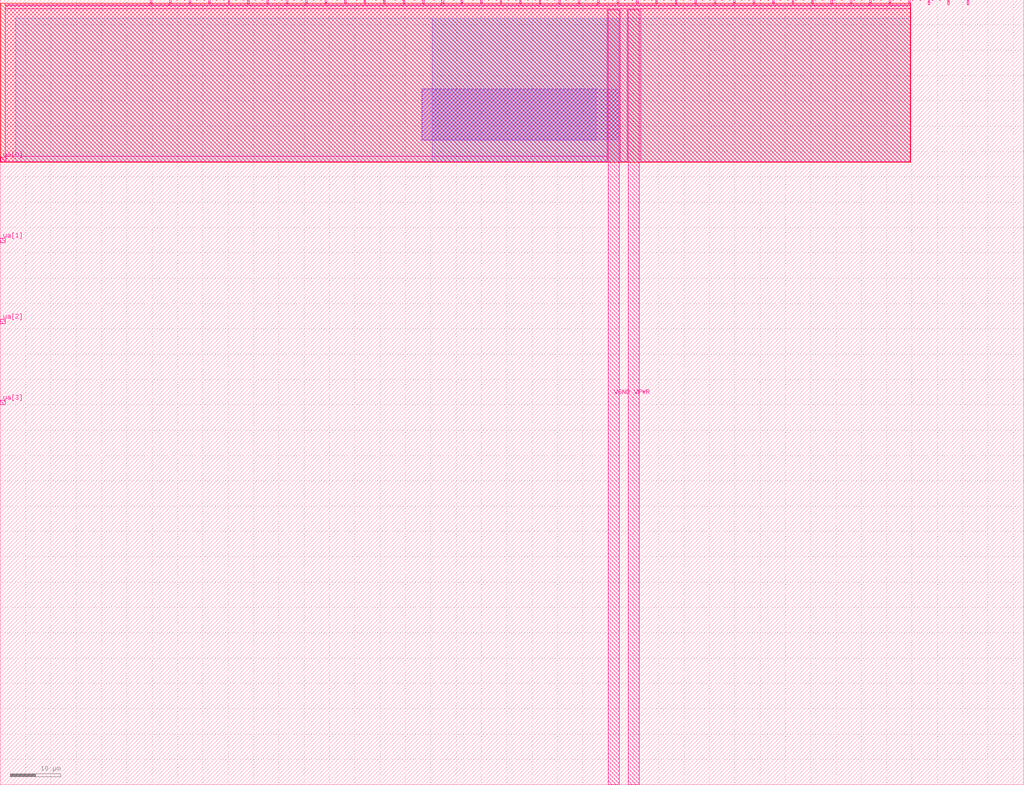
<source format=lef>
VERSION 5.7 ;
  NOWIREEXTENSIONATPIN ON ;
  DIVIDERCHAR "/" ;
  BUSBITCHARS "[]" ;
MACRO tt_um_htfab_r2r_dac
  CLASS BLOCK ;
  FOREIGN tt_um_htfab_r2r_dac ;
  ORIGIN 0.000 0.000 ;
  SIZE 202.080 BY 154.980 ;
  PIN clk
    PORT
      LAYER Metal5 ;
        RECT 187.050 153.980 187.350 154.980 ;
    END
  END clk
  PIN ena
    PORT
      LAYER Metal5 ;
        RECT 190.890 153.980 191.190 154.980 ;
    END
  END ena
  PIN rst_n
    PORT
      LAYER Metal5 ;
        RECT 183.210 153.980 183.510 154.980 ;
    END
  END rst_n
  PIN ui_in[0]
    PORT
      LAYER Metal5 ;
        RECT 179.370 153.980 179.670 154.980 ;
    END
  END ui_in[0]
  PIN ui_in[1]
    PORT
      LAYER Metal5 ;
        RECT 175.530 153.980 175.830 154.980 ;
    END
  END ui_in[1]
  PIN ui_in[2]
    PORT
      LAYER Metal5 ;
        RECT 171.690 153.980 171.990 154.980 ;
    END
  END ui_in[2]
  PIN ui_in[3]
    PORT
      LAYER Metal5 ;
        RECT 167.850 153.980 168.150 154.980 ;
    END
  END ui_in[3]
  PIN ui_in[4]
    PORT
      LAYER Metal5 ;
        RECT 164.010 153.980 164.310 154.980 ;
    END
  END ui_in[4]
  PIN ui_in[5]
    PORT
      LAYER Metal5 ;
        RECT 160.170 153.980 160.470 154.980 ;
    END
  END ui_in[5]
  PIN ui_in[6]
    PORT
      LAYER Metal5 ;
        RECT 156.330 153.980 156.630 154.980 ;
    END
  END ui_in[6]
  PIN ui_in[7]
    PORT
      LAYER Metal5 ;
        RECT 152.490 153.980 152.790 154.980 ;
    END
  END ui_in[7]
  PIN uio_in[0]
    PORT
      LAYER Metal5 ;
        RECT 148.650 153.980 148.950 154.980 ;
    END
  END uio_in[0]
  PIN uio_in[1]
    PORT
      LAYER Metal5 ;
        RECT 144.810 153.980 145.110 154.980 ;
    END
  END uio_in[1]
  PIN uio_in[2]
    PORT
      LAYER Metal5 ;
        RECT 140.970 153.980 141.270 154.980 ;
    END
  END uio_in[2]
  PIN uio_in[3]
    PORT
      LAYER Metal5 ;
        RECT 137.130 153.980 137.430 154.980 ;
    END
  END uio_in[3]
  PIN uio_in[4]
    PORT
      LAYER Metal5 ;
        RECT 133.290 153.980 133.590 154.980 ;
    END
  END uio_in[4]
  PIN uio_in[5]
    PORT
      LAYER Metal5 ;
        RECT 129.450 153.980 129.750 154.980 ;
    END
  END uio_in[5]
  PIN uio_in[6]
    PORT
      LAYER Metal5 ;
        RECT 125.610 153.980 125.910 154.980 ;
    END
  END uio_in[6]
  PIN uio_in[7]
    PORT
      LAYER Metal5 ;
        RECT 121.770 153.980 122.070 154.980 ;
    END
  END uio_in[7]
  PIN uio_oe[0]
    ANTENNADIFFAREA 26.345999 ;
    PORT
      LAYER Metal5 ;
        RECT 56.490 153.980 56.790 154.980 ;
    END
  END uio_oe[0]
  PIN uio_oe[1]
    ANTENNADIFFAREA 26.345999 ;
    PORT
      LAYER Metal5 ;
        RECT 52.650 153.980 52.950 154.980 ;
    END
  END uio_oe[1]
  PIN uio_oe[2]
    ANTENNADIFFAREA 26.345999 ;
    PORT
      LAYER Metal5 ;
        RECT 48.810 153.980 49.110 154.980 ;
    END
  END uio_oe[2]
  PIN uio_oe[3]
    ANTENNADIFFAREA 26.345999 ;
    PORT
      LAYER Metal5 ;
        RECT 44.970 153.980 45.270 154.980 ;
    END
  END uio_oe[3]
  PIN uio_oe[4]
    ANTENNADIFFAREA 26.345999 ;
    PORT
      LAYER Metal5 ;
        RECT 41.130 153.980 41.430 154.980 ;
    END
  END uio_oe[4]
  PIN uio_oe[5]
    ANTENNADIFFAREA 26.345999 ;
    PORT
      LAYER Metal5 ;
        RECT 37.290 153.980 37.590 154.980 ;
    END
  END uio_oe[5]
  PIN uio_oe[6]
    ANTENNADIFFAREA 26.345999 ;
    PORT
      LAYER Metal5 ;
        RECT 33.450 153.980 33.750 154.980 ;
    END
  END uio_oe[6]
  PIN uio_oe[7]
    ANTENNADIFFAREA 26.345999 ;
    PORT
      LAYER Metal5 ;
        RECT 29.610 153.980 29.910 154.980 ;
    END
  END uio_oe[7]
  PIN uio_out[0]
    ANTENNADIFFAREA 26.345999 ;
    PORT
      LAYER Metal5 ;
        RECT 87.210 153.980 87.510 154.980 ;
    END
  END uio_out[0]
  PIN uio_out[1]
    ANTENNADIFFAREA 26.345999 ;
    PORT
      LAYER Metal5 ;
        RECT 83.370 153.980 83.670 154.980 ;
    END
  END uio_out[1]
  PIN uio_out[2]
    ANTENNADIFFAREA 26.345999 ;
    PORT
      LAYER Metal5 ;
        RECT 79.530 153.980 79.830 154.980 ;
    END
  END uio_out[2]
  PIN uio_out[3]
    ANTENNADIFFAREA 26.345999 ;
    PORT
      LAYER Metal5 ;
        RECT 75.690 153.980 75.990 154.980 ;
    END
  END uio_out[3]
  PIN uio_out[4]
    ANTENNADIFFAREA 26.345999 ;
    PORT
      LAYER Metal5 ;
        RECT 71.850 153.980 72.150 154.980 ;
    END
  END uio_out[4]
  PIN uio_out[5]
    ANTENNADIFFAREA 26.345999 ;
    PORT
      LAYER Metal5 ;
        RECT 68.010 153.980 68.310 154.980 ;
    END
  END uio_out[5]
  PIN uio_out[6]
    ANTENNADIFFAREA 26.345999 ;
    PORT
      LAYER Metal5 ;
        RECT 64.170 153.980 64.470 154.980 ;
    END
  END uio_out[6]
  PIN uio_out[7]
    ANTENNADIFFAREA 26.345999 ;
    PORT
      LAYER Metal5 ;
        RECT 60.330 153.980 60.630 154.980 ;
    END
  END uio_out[7]
  PIN uo_out[0]
    ANTENNADIFFAREA 26.345999 ;
    PORT
      LAYER Metal5 ;
        RECT 117.930 153.980 118.230 154.980 ;
    END
  END uo_out[0]
  PIN uo_out[1]
    ANTENNADIFFAREA 26.345999 ;
    PORT
      LAYER Metal5 ;
        RECT 114.090 153.980 114.390 154.980 ;
    END
  END uo_out[1]
  PIN uo_out[2]
    ANTENNADIFFAREA 26.345999 ;
    PORT
      LAYER Metal5 ;
        RECT 110.250 153.980 110.550 154.980 ;
    END
  END uo_out[2]
  PIN uo_out[3]
    ANTENNADIFFAREA 26.345999 ;
    PORT
      LAYER Metal5 ;
        RECT 106.410 153.980 106.710 154.980 ;
    END
  END uo_out[3]
  PIN uo_out[4]
    ANTENNADIFFAREA 26.345999 ;
    PORT
      LAYER Metal5 ;
        RECT 102.570 153.980 102.870 154.980 ;
    END
  END uo_out[4]
  PIN uo_out[5]
    ANTENNADIFFAREA 26.345999 ;
    PORT
      LAYER Metal5 ;
        RECT 98.730 153.980 99.030 154.980 ;
    END
  END uo_out[5]
  PIN uo_out[6]
    ANTENNADIFFAREA 26.345999 ;
    PORT
      LAYER Metal5 ;
        RECT 94.890 153.980 95.190 154.980 ;
    END
  END uo_out[6]
  PIN uo_out[7]
    ANTENNADIFFAREA 26.345999 ;
    PORT
      LAYER Metal5 ;
        RECT 91.050 153.980 91.350 154.980 ;
    END
  END uo_out[7]
  PIN ua[0]
    PORT
      LAYER Metal5 ;
        RECT 0.000 122.980 1.000 123.880 ;
    END
  END ua[0]
  PIN ua[1]
    PORT
      LAYER Metal5 ;
        RECT 0.000 106.980 1.000 107.880 ;
    END
  END ua[1]
  PIN ua[2]
    PORT
      LAYER Metal5 ;
        RECT 0.000 90.980 1.000 91.880 ;
    END
  END ua[2]
  PIN ua[3]
    PORT
      LAYER Metal5 ;
        RECT 0.000 74.980 1.000 75.880 ;
    END
  END ua[3]
  PIN VGND
    ANTENNADIFFAREA 26.345999 ;
    PORT
      LAYER Metal5 ;
        RECT 120.000 0.000 122.200 152.980 ;
    END
  END VGND
  PIN VPWR
    PORT
      LAYER Metal5 ;
        RECT 124.000 0.000 126.200 152.980 ;
    END
  END VPWR
  OBS
      LAYER GatPoly ;
        RECT 83.240 127.285 117.620 137.415 ;
      LAYER Metal1 ;
        RECT 83.310 127.355 122.195 137.345 ;
      LAYER Metal2 ;
        RECT 85.320 122.945 122.235 151.370 ;
      LAYER Metal3 ;
        RECT 3.100 122.935 179.670 151.375 ;
      LAYER Metal4 ;
        RECT 0.100 122.935 179.715 154.285 ;
      LAYER Metal5 ;
        RECT 1.000 153.770 29.400 153.980 ;
        RECT 30.120 153.770 33.240 153.980 ;
        RECT 33.960 153.770 37.080 153.980 ;
        RECT 37.800 153.770 40.920 153.980 ;
        RECT 41.640 153.770 44.760 153.980 ;
        RECT 45.480 153.770 48.600 153.980 ;
        RECT 49.320 153.770 52.440 153.980 ;
        RECT 53.160 153.770 56.280 153.980 ;
        RECT 57.000 153.770 60.120 153.980 ;
        RECT 60.840 153.770 63.960 153.980 ;
        RECT 64.680 153.770 67.800 153.980 ;
        RECT 68.520 153.770 71.640 153.980 ;
        RECT 72.360 153.770 75.480 153.980 ;
        RECT 76.200 153.770 79.320 153.980 ;
        RECT 80.040 153.770 83.160 153.980 ;
        RECT 83.880 153.770 87.000 153.980 ;
        RECT 87.720 153.770 90.840 153.980 ;
        RECT 91.560 153.770 94.680 153.980 ;
        RECT 95.400 153.770 98.520 153.980 ;
        RECT 99.240 153.770 102.360 153.980 ;
        RECT 103.080 153.770 106.200 153.980 ;
        RECT 106.920 153.770 110.040 153.980 ;
        RECT 110.760 153.770 113.880 153.980 ;
        RECT 114.600 153.770 117.720 153.980 ;
        RECT 118.440 153.770 121.560 153.980 ;
        RECT 122.280 153.770 125.400 153.980 ;
        RECT 126.120 153.770 129.240 153.980 ;
        RECT 129.960 153.770 133.080 153.980 ;
        RECT 133.800 153.770 136.920 153.980 ;
        RECT 137.640 153.770 140.760 153.980 ;
        RECT 141.480 153.770 144.600 153.980 ;
        RECT 145.320 153.770 148.440 153.980 ;
        RECT 149.160 153.770 152.280 153.980 ;
        RECT 153.000 153.770 156.120 153.980 ;
        RECT 156.840 153.770 159.960 153.980 ;
        RECT 160.680 153.770 163.800 153.980 ;
        RECT 164.520 153.770 167.640 153.980 ;
        RECT 168.360 153.770 171.480 153.980 ;
        RECT 172.200 153.770 175.320 153.980 ;
        RECT 176.040 153.770 179.160 153.980 ;
        RECT 1.000 153.190 179.670 153.770 ;
        RECT 1.000 124.090 119.790 153.190 ;
        RECT 1.210 122.980 119.790 124.090 ;
        RECT 122.410 122.980 123.790 153.190 ;
        RECT 126.410 122.980 179.670 153.190 ;
  END
END tt_um_htfab_r2r_dac
END LIBRARY


</source>
